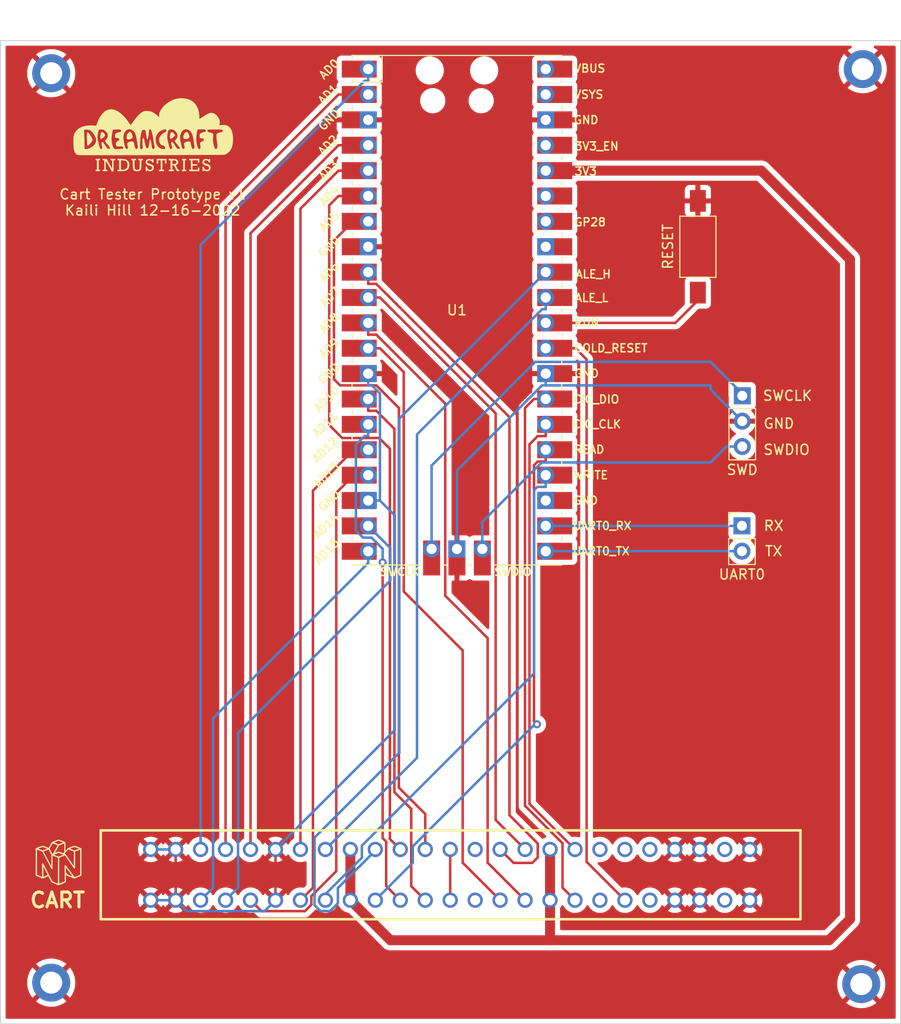
<source format=kicad_pcb>
(kicad_pcb (version 20211014) (generator pcbnew)
  (layers (0 "F.Cu" signal) (31 "B.Cu" signal) (34 "B.Paste" user) (35 "F.Paste" user) (36 "B.SilkS" user "B.Silkscreen") (37 "F.SilkS" user "F.Silkscreen") (38 "B.Mask" user) (39 "F.Mask" user) (44 "Edge.Cuts" user))
  (net 0 "")
  (net 1 "/SWCLK")
  (net 2 "GND")
  (net 3 "/SWDIO")
  (net 4 "/UART0_RX")
  (net 5 "/UART0_TX")
  (net 6 "/AD15")
  (net 7 "/AD14")
  (net 8 "/AD13")
  (net 9 "/AD12")
  (net 10 "/WRITE")
  (net 11 "+3V3")
  (net 12 "/READ")
  (net 13 "/AD11")
  (net 14 "/AD10")
  (net 15 "/CART_12V")
  (net 17 "/AD9")
  (net 18 "/AD8")
  (net 19 "/CIC_DIO")
  (net 21 "/COLD_RESET")
  (net 28 "/CIC_CLK")
  (net 29 "/AD7")
  (net 30 "/AD6")
  (net 32 "/AD5")
  (net 33 "/AD4")
  (net 34 "/ALE_H")
  (net 35 "/ALE_L")
  (net 36 "/AD3")
  (net 37 "/AD2")
  (net 38 "/AD1")
  (net 39 "/AD0")
  (net 40 "/RUN")
  (net 43 "/GPIO28")
  (footprint "LOGO" (layer "F.Cu") (at 81.915 135.255)
    (fp_text reference "G***" hide)
    (fp_text value "LOGO" hide)
  )
  (footprint "db-thparts:N64-CONN" (layer "F.Cu") (at 91.2435 139.065 90)
    (fp_text reference "CON3" hide)
    (fp_text value "N64-CONN" hide)
    (pad "1" thru_hole circle locked (at 0 0 90) (size 1.524 1.524) (drill 1.016) (layers *.Cu *.Mask) (net 2 "GND"))
    (pad "2" thru_hole circle locked (at 0 2.5 90) (size 1.524 1.524) (drill 1.016) (layers *.Cu *.Mask) (net 2 "GND"))
    (pad "3" thru_hole circle locked (at 0 5 90) (size 1.524 1.524) (drill 1.016) (layers *.Cu *.Mask) (net 6 "/AD15"))
    (pad "4" thru_hole circle locked (at 0 7.5 90) (size 1.524 1.524) (drill 1.016) (layers *.Cu *.Mask) (net 7 "/AD14"))
    (pad "5" thru_hole circle locked (at 0 10 90) (size 1.524 1.524) (drill 1.016) (layers *.Cu *.Mask) (net 8 "/AD13"))
    (pad "6" thru_hole circle locked (at 0 12.5 90) (size 1.524 1.524) (drill 1.016) (layers *.Cu *.Mask) (net 2 "GND"))
    (pad "7" thru_hole circle locked (at 0 15 90) (size 1.524 1.524) (drill 1.016) (layers *.Cu *.Mask) (net 9 "/AD12"))
    (pad "8" thru_hole circle locked (at 0 17.5 90) (size 1.524 1.524) (drill 1.016) (layers *.Cu *.Mask) (net 10 "/WRITE"))
    (pad "9" thru_hole circle locked (at 0 20 90) (size 1.524 1.524) (drill 1.016) (layers *.Cu *.Mask) (net 11 "+3V3"))
    (pad "10" thru_hole circle locked (at 0 22.5 90) (size 1.524 1.524) (drill 1.016) (layers *.Cu *.Mask) (net 12 "/READ"))
    (pad "11" thru_hole circle locked (at 0 25 90) (size 1.524 1.524) (drill 1.016) (layers *.Cu *.Mask) (net 13 "/AD11"))
    (pad "12" thru_hole circle locked (at 0 27.5 90) (size 1.524 1.524) (drill 1.016) (layers *.Cu *.Mask) (net 14 "/AD10"))
    (pad "13" thru_hole circle locked (at 0 30 90) (size 1.524 1.524) (drill 1.016) (layers *.Cu *.Mask) (net 15 "/CART_12V"))
    (pad "14" thru_hole circle locked (at 0 32.5 90) (size 1.524 1.524) (drill 1.016) (layers *.Cu *.Mask))
    (pad "15" thru_hole circle locked (at 0 35 90) (size 1.524 1.524) (drill 1.016) (layers *.Cu *.Mask) (net 17 "/AD9"))
    (pad "16" thru_hole circle locked (at 0 37.5 90) (size 1.524 1.524) (drill 1.016) (layers *.Cu *.Mask) (net 18 "/AD8"))
    (pad "17" thru_hole circle locked (at 0 40 90) (size 1.524 1.524) (drill 1.016) (layers *.Cu *.Mask) (net 11 "+3V3"))
    (pad "18" thru_hole circle locked (at 0 42.5 90) (size 1.524 1.524) (drill 1.016) (layers *.Cu *.Mask) (net 19 "/CIC_DIO"))
    (pad "19" thru_hole circle locked (at 0 45 90) (size 1.524 1.524) (drill 1.016) (layers *.Cu *.Mask))
    (pad "20" thru_hole circle locked (at 0 47.5 90) (size 1.524 1.524) (drill 1.016) (layers *.Cu *.Mask) (net 21 "/COLD_RESET"))
    (pad "21" thru_hole circle locked (at 0 50 90) (size 1.524 1.524) (drill 1.016) (layers *.Cu *.Mask))
    (pad "22" thru_hole circle locked (at 0 52.5 90) (size 1.524 1.524) (drill 1.016) (layers *.Cu *.Mask) (net 2 "GND"))
    (pad "23" thru_hole circle locked (at 0 55 90) (size 1.524 1.524) (drill 1.016) (layers *.Cu *.Mask) (net 2 "GND"))
    (pad "24" thru_hole circle locked (at 0 57.5 90) (size 1.524 1.524) (drill 1.016) (layers *.Cu *.Mask))
    (pad "25" thru_hole circle locked (at 0 60 90) (size 1.524 1.524) (drill 1.016) (layers *.Cu *.Mask) (net 2 "GND"))
    (pad "26" thru_hole circle locked (at 5.08 0 90) (size 1.524 1.524) (drill 1.016) (layers *.Cu *.Mask) (net 2 "GND"))
    (pad "27" thru_hole circle locked (at 5.08 2.5 90) (size 1.524 1.524) (drill 1.016) (layers *.Cu *.Mask) (net 2 "GND"))
    (pad "28" thru_hole circle locked (at 5.08 5 90) (size 1.524 1.524) (drill 1.016) (layers *.Cu *.Mask) (net 39 "/AD0"))
    (pad "29" thru_hole circle locked (at 5.08 7.5 90) (size 1.524 1.524) (drill 1.016) (layers *.Cu *.Mask) (net 38 "/AD1"))
    (pad "30" thru_hole circle locked (at 5.08 10 90) (size 1.524 1.524) (drill 1.016) (layers *.Cu *.Mask) (net 37 "/AD2"))
    (pad "31" thru_hole circle locked (at 5.08 12.5 90) (size 1.524 1.524) (drill 1.016) (layers *.Cu *.Mask) (net 2 "GND"))
    (pad "32" thru_hole circle locked (at 5.08 15 90) (size 1.524 1.524) (drill 1.016) (layers *.Cu *.Mask) (net 36 "/AD3"))
    (pad "33" thru_hole circle locked (at 5.08 17.5 90) (size 1.524 1.524) (drill 1.016) (layers *.Cu *.Mask) (net 35 "/ALE_L"))
    (pad "34" thru_hole circle locked (at 5.08 20 90) (size 1.524 1.524) (drill 1.016) (layers *.Cu *.Mask) (net 11 "+3V3"))
    (pad "35" thru_hole circle locked (at 5.08 22.5 90) (size 1.524 1.524) (drill 1.016) (layers *.Cu *.Mask) (net 34 "/ALE_H"))
    (pad "36" thru_hole circle locked (at 5.08 25 90) (size 1.524 1.524) (drill 1.016) (layers *.Cu *.Mask) (net 33 "/AD4"))
    (pad "37" thru_hole circle locked (at 5.08 27.5 90) (size 1.524 1.524) (drill 1.016) (layers *.Cu *.Mask) (net 32 "/AD5"))
    (pad "38" thru_hole circle locked (at 5.08 30 90) (size 1.524 1.524) (drill 1.016) (layers *.Cu *.Mask) (net 15 "/CART_12V"))
    (pad "39" thru_hole circle locked (at 5.08 32.5 90) (size 1.524 1.524) (drill 1.016) (layers *.Cu *.Mask))
    (pad "40" thru_hole circle locked (at 5.08 35 90) (size 1.524 1.524) (drill 1.016) (layers *.Cu *.Mask) (net 30 "/AD6"))
    (pad "41" thru_hole circle locked (at 5.08 37.5 90) (size 1.524 1.524) (drill 1.016) (layers *.Cu *.Mask) (net 29 "/AD7"))
    (pad "42" thru_hole circle locked (at 5.08 40 90) (size 1.524 1.524) (drill 1.016) (layers *.Cu *.Mask) (net 11 "+3V3"))
    (pad "43" thru_hole circle locked (at 5.08 42.5 90) (size 1.524 1.524) (drill 1.016) (layers *.Cu *.Mask) (net 28 "/CIC_CLK"))
    (pad "44" thru_hole circle locked (at 5.08 45 90) (size 1.524 1.524) (drill 1.016) (layers *.Cu *.Mask))
    (pad "45" thru_hole circle locked (at 5.08 47.5 90) (size 1.524 1.524) (drill 1.016) (layers *.Cu *.Mask))
    (pad "46" thru_hole circle locked (at 5.08 50 90) (size 1.524 1.524) (drill 1.016) (layers *.Cu *.Mask))
    (pad "47" thru_hole circle locked (at 5.08 52.5 90) (size 1.524 1.524) (drill 1.016) (layers *.Cu *.Mask) (net 2 "GND"))
    (pad "48" thru_hole circle locked (at 5.08 55 90) (size 1.524 1.524) (drill 1.016) (layers *.Cu *.Mask) (net 2 "GND"))
    (pad "49" thru_hole circle locked (at 5.08 57.5 90) (size 1.524 1.524) (drill 1.016) (layers *.Cu *.Mask))
    (pad "50" thru_hole circle locked (at 5.08 60 90) (size 1.524 1.524) (drill 1.016) (layers *.Cu *.Mask) (net 2 "GND"))
  )
  (footprint "MountingHole:MountingHole_2.2mm_M2_DIN965_Pad_TopBottom" (layer "F.Cu") (at 162.56 55.88)
    (fp_text reference "H1" hide)
    (fp_text value "MountingHole_Pad" hide)
    (pad "1" thru_hole circle (at 0 0) (size 2.6 2.6) (drill 2.2) (layers *.Cu *.Mask) (net 2 "GND"))
    (pad "1" connect circle (at 0 0) (size 3.8 3.8) (layers "F.Cu" "F.Mask") (net 2 "GND"))
    (pad "1" connect circle (at 0 0) (size 3.8 3.8) (layers "B.Cu" "B.Mask") (net 2 "GND"))
  )
  (footprint "Connector_PinHeader_2.54mm:PinHeader_1x03_P2.54mm_Vertical" (layer "F.Cu") (at 150.497762 88.577821)
    (fp_text reference "SWD1" hide)
    (fp_text value "SWD" (at 0 7.41) (layer "F.SilkS"))
    (pad "1" thru_hole rect locked (at 0 0) (size 1.7 1.7) (drill 1) (layers *.Cu *.Mask) (net 1 "/SWCLK"))
    (pad "2" thru_hole oval locked (at 0 2.54) (size 1.7 1.7) (drill 1) (layers *.Cu *.Mask) (net 2 "GND"))
    (pad "3" thru_hole oval locked (at 0 5.08) (size 1.7 1.7) (drill 1) (layers *.Cu *.Mask) (net 3 "/SWDIO"))
  )
  (footprint "Connector_PinHeader_2.54mm:PinHeader_1x02_P2.54mm_Vertical" (layer "F.Cu") (at 150.466026 101.59067)
    (fp_text reference "UART0" hide)
    (fp_text value "UART0" (at 0 4.87) (layer "F.SilkS"))
    (pad "1" thru_hole rect (at 0 0) (size 1.7 1.7) (drill 1) (layers *.Cu *.Mask) (net 4 "/UART0_RX"))
    (pad "2" thru_hole oval (at 0 2.54) (size 1.7 1.7) (drill 1) (layers *.Cu *.Mask) (net 5 "/UART0_TX"))
  )
  (footprint "MountingHole:MountingHole_2.2mm_M2_DIN965_Pad_TopBottom" (layer "F.Cu") (at 81.28 56.2909)
    (fp_text reference "H4" hide)
    (fp_text value "MountingHole_Pad" hide)
    (pad "1" connect circle (at 0 0) (size 3.8 3.8) (layers "F.Cu" "F.Mask") (net 2 "GND"))
    (pad "1" connect circle (at 0 0) (size 3.8 3.8) (layers "B.Cu" "B.Mask") (net 2 "GND"))
    (pad "1" thru_hole circle (at 0 0) (size 2.6 2.6) (drill 2.2) (layers *.Cu *.Mask) (net 2 "GND"))
  )
  (footprint "Button_Switch_SMD:SW_SPST_FSMSM" (layer "F.Cu") (at 146.05 73.66 -90)
    (fp_text reference "RESET1" hide)
    (fp_text value "RESET" (at 0 3 90) (layer "F.SilkS"))
    (pad "1" smd rect (at -4.59 0 270) (size 2.18 1.6) (layers "F.Cu" "F.Paste" "F.Mask") (net 2 "GND"))
    (pad "2" smd rect (at 4.59 0 270) (size 2.18 1.6) (layers "F.Cu" "F.Paste" "F.Mask") (net 40 "/RUN"))
  )
  (footprint "MountingHole:MountingHole_2.2mm_M2_DIN965_Pad_TopBottom" (layer "F.Cu") (at 81.28 147.32)
    (fp_text reference "H3" hide)
    (fp_text value "MountingHole_Pad" hide)
    (pad "1" thru_hole circle (at 0 0) (size 2.6 2.6) (drill 2.2) (layers *.Cu *.Mask) (net 2 "GND"))
    (pad "1" connect circle (at 0 0) (size 3.8 3.8) (layers "B.Cu" "B.Mask") (net 2 "GND"))
    (pad "1" connect circle (at 0 0) (size 3.8 3.8) (layers "F.Cu" "F.Mask") (net 2 "GND"))
  )
  (footprint "MCU_RaspberryPi_and_Boards:RPi_Pico_SMD_TH" (layer "F.Cu") (at 121.92 80.01)
    (fp_text reference "U1" (at 0 0) (layer "F.SilkS"))
    (fp_text value "Pico")
    (fp_text user "AD13" (at -13.054 16.51 45) (layer "F.SilkS") (effects (font (size 0.8 0.8))))
    (fp_text user "AD3" (at -12.8 -13.97 45) (layer "F.SilkS") (effects (font (size 0.8 0.8))))
    (fp_text user "AD4" (at -12.8 -11.43 45) (layer "F.SilkS") (effects (font (size 0.8 0.8))))
    (fp_text user "RUN" (at 13 1.27) (layer "F.SilkS") (effects (font (size 0.8 0.8))))
    (fp_text user "GND" (at 12.937769 -19.042764) (layer "F.SilkS") (effects (font (size 0.8 0.8))))
    (fp_text user "3V3" (at 12.9 -13.9) (layer "F.SilkS") (effects (font (size 0.8 0.8))))
    (fp_text user "AD10" (at -13.054 8.89 45) (layer "F.SilkS") (effects (font (size 0.8 0.8))))
    (fp_text user "ALE_L" (at 13.495494 -1.228132) (layer "F.SilkS") (effects (font (size 0.8 0.8))))
    (fp_text user "WRITE" (at 13.402454 16.509999) (layer "F.SilkS") (effects (font (size 0.8 0.8))))
    (fp_text user "AD9" (at -12.8 3.81 45) (layer "F.SilkS") (effects (font (size 0.8 0.8))))
    (fp_text user "VSYS" (at 13.2 -21.59) (layer "F.SilkS") (effects (font (size 0.8 0.8))))
    (fp_text user "GND" (at 12.982979 6.340695) (layer "F.SilkS") (effects (font (size 0.8 0.8))))
    (fp_text user "GND" (at -12.8 -6.35 45) (layer "F.SilkS") (effects (font (size 0.8 0.8))))
    (fp_text user "AD15" (at -13.054 24.13 45) (layer "F.SilkS") (effects (font (size 0.8 0.8))))
    (fp_text user "AD2" (at -12.9 -16.51 45) (layer "F.SilkS") (effects (font (size 0.8 0.8))))
    (fp_text user "CIC_DIO" (at 13.937435 8.927216) (layer "F.SilkS") (effects (font (size 0.8 0.8))))
    (fp_text user "COLD_RESET" (at 15.422979 3.800695) (layer "F.SilkS") (effects (font (size 0.8 0.8))))
    (fp_text user "GND" (at -12.8 6.35 45) (layer "F.SilkS") (effects (font (size 0.8 0.8))))
    (fp_text user "SWDIO" (at 5.6 26.2) (layer "F.SilkS") (effects (font (size 0.8 0.8))))
    (fp_text user "VBUS" (at 13.3 -24.2) (layer "F.SilkS") (effects (font (size 0.8 0.8))))
    (fp_text user "AD1" (at -12.9 -21.6 45) (layer "F.SilkS") (effects (font (size 0.8 0.8))))
    (fp_text user "GP28" (at 13.332673 -8.810916) (layer "F.SilkS") (effects (font (size 0.8 0.8))))
    (fp_text user "AD12" (at -13.2 13.97 45) (layer "F.SilkS") (effects (font (size 0.8 0.8))))
    (fp_text user "GND" (at -12.8 19.05 45) (layer "F.SilkS") (effects (font (size 0.8 0.8))))
    (fp_text user "AD11" (at -13.2 11.43 45) (layer "F.SilkS") (effects (font (size 0.8 0.8))))
    (fp_text user "GND" (at 12.890732 19.045347) (layer "F.SilkS") (effects (font (size 0.8 0.8))))
    (fp_text user "READ" (at 13.239633 13.951391) (layer "F.SilkS") (effects (font (size 0.8 0.8))))
    (fp_text user "3V3_EN" (at 13.992226 -16.406622) (layer "F.SilkS") (effects (font (size 0.8 0.8))))
    (fp_text user "GND" (at -12.8 -19.05 45) (layer "F.SilkS") (effects (font (size 0.8 0.8))))
    (fp_text user "ALE_H" (at 13.658315 -3.60066) (layer "F.SilkS") (effects (font (size 0.8 0.8))))
    (fp_text user "UART0_TX" (at 14.444505 24.120695) (layer "F.SilkS") (effects (font (size 0.8 0.8))))
    (fp_text user "AD5" (at -12.8 -8.89 45) (layer "F.SilkS") (effects (font (size 0.8 0.8))))
    (fp_text user "AD6" (at -12.8 -3.81 45) (layer "F.SilkS") (effects (font (size 0.8 0.8))))
    (fp_text user "AD0" (at -12.8 -24.13 45) (layer "F.SilkS") (effects (font (size 0.8 0.8))))
    (fp_text user "CIC_CLK" (at 14.007216 11.416043) (layer "F.SilkS") (effects (font (size 0.8 0.8))))
    (fp_text user "SWCLK" (at -5.7 26.2) (layer "F.SilkS") (effects (font (size 0.8 0.8))))
    (fp_text user "AD8" (at -12.8 1.27 45) (layer "F.SilkS") (effects (font (size 0.8 0.8))))
    (fp_text user "UART0_RX" (at 14.537545 21.585347) (layer "F.SilkS") (effects (font (size 0.8 0.8))))
    (fp_text user "AD14" (at -13.1 21.59 45) (layer "F.SilkS") (effects (font (size 0.8 0.8))))
    (fp_text user "AD7" (at -12.7 -1.3 45) (layer "F.SilkS") (effects (font (size 0.8 0.8))))
    (pad "" np_thru_hole oval (at -2.725 -24) (size 1.8 1.8) (drill 1.8) (layers *.Cu *.Mask))
    (pad "" np_thru_hole oval (at -2.425 -20.97) (size 1.5 1.5) (drill 1.5) (layers *.Cu *.Mask))
    (pad "" np_thru_hole oval (at 2.725 -24) (size 1.8 1.8) (drill 1.8) (layers *.Cu *.Mask))
    (pad "" np_thru_hole oval (at 2.425 -20.97) (size 1.5 1.5) (drill 1.5) (layers *.Cu *.Mask))
    (pad "1" thru_hole oval (at -8.89 -24.13) (size 1.7 1.7) (drill 1.02) (layers *.Cu *.Mask) (net 39 "/AD0"))
    (pad "1" smd rect (at -8.89 -24.13) (size 3.5 1.7) (drill (offset -0.9 0)) (layers "F.Cu" "F.Mask") (net 39 "/AD0"))
    (pad "2" smd rect (at -8.89 -21.59) (size 3.5 1.7) (drill (offset -0.9 0)) (layers "F.Cu" "F.Mask") (net 38 "/AD1"))
    (pad "2" thru_hole oval (at -8.89 -21.59) (size 1.7 1.7) (drill 1.02) (layers *.Cu *.Mask) (net 38 "/AD1"))
    (pad "3" thru_hole rect (at -8.89 -19.05) (size 1.7 1.7) (drill 1.02) (layers *.Cu *.Mask) (net 2 "GND"))
    (pad "3" smd rect (at -8.89 -19.05) (size 3.5 1.7) (drill (offset -0.9 0)) (layers "F.Cu" "F.Mask") (net 2 "GND"))
    (pad "4" smd rect (at -8.89 -16.51) (size 3.5 1.7) (drill (offset -0.9 0)) (layers "F.Cu" "F.Mask") (net 37 "/AD2"))
    (pad "4" thru_hole oval (at -8.89 -16.51) (size 1.7 1.7) (drill 1.02) (layers *.Cu *.Mask) (net 37 "/AD2"))
    (pad "5" smd rect (at -8.89 -13.97) (size 3.5 1.7) (drill (offset -0.9 0)) (layers "F.Cu" "F.Mask") (net 36 "/AD3"))
    (pad "5" thru_hole oval (at -8.89 -13.97) (size 1.7 1.7) (drill 1.02) (layers *.Cu *.Mask) (net 36 "/AD3"))
    (pad "6" smd rect (at -8.89 -11.43) (size 3.5 1.7) (drill (offset -0.9 0)) (layers "F.Cu" "F.Mask") (net 33 "/AD4"))
    (pad "6" thru_hole oval (at -8.89 -11.43) (size 1.7 1.7) (drill 1.02) (layers *.Cu *.Mask) (net 33 "/AD4"))
    (pad "7" thru_hole oval (at -8.89 -8.89) (size 1.7 1.7) (drill 1.02) (layers *.Cu *.Mask) (net 32 "/AD5"))
    (pad "7" smd rect (at -8.89 -8.89) (size 3.5 1.7) (drill (offset -0.9 0)) (layers "F.Cu" "F.Mask") (net 32 "/AD5"))
    (pad "8" thru_hole rect (at -8.89 -6.35) (size 1.7 1.7) (drill 1.02) (layers *.Cu *.Mask) (net 2 "GND"))
    (pad "8" smd rect (at -8.89 -6.35) (size 3.5 1.7) (drill (offset -0.9 0)) (layers "F.Cu" "F.Mask") (net 2 "GND"))
    (pad "9" thru_hole oval (at -8.89 -3.81) (size 1.7 1.7) (drill 1.02) (layers *.Cu *.Mask) (net 30 "/AD6"))
    (pad "9" smd rect (at -8.89 -3.81) (size 3.5 1.7) (drill (offset -0.9 0)) (layers "F.Cu" "F.Mask") (net 30 "/AD6"))
    (pad "10" thru_hole oval (at -8.89 -1.27) (size 1.7 1.7) (drill 1.02) (layers *.Cu *.Mask) (net 29 "/AD7"))
    (pad "10" smd rect (at -8.89 -1.27) (size 3.5 1.7) (drill (offset -0.9 0)) (layers "F.Cu" "F.Mask") (net 29 "/AD7"))
    (pad "11" smd rect (at -8.89 1.27) (size 3.5 1.7) (drill (offset -0.9 0)) (layers "F.Cu" "F.Mask") (net 18 "/AD8"))
    (pad "11" thru_hole oval (at -8.89 1.27) (size 1.7 1.7) (drill 1.02) (layers *.Cu *.Mask) (net 18 "/AD8"))
    (pad "12" thru_hole oval (at -8.89 3.81) (size 1.7 1.7) (drill 1.02) (layers *.Cu *.Mask) (net 17 "/AD9"))
    (pad "12" smd rect (at -8.89 3.81) (size 3.5 1.7) (drill (offset -0.9 0)) (layers "F.Cu" "F.Mask") (net 17 "/AD9"))
    (pad "13" thru_hole rect (at -8.89 6.35) (size 1.7 1.7) (drill 1.02) (layers *.Cu *.Mask) (net 2 "GND"))
    (pad "13" smd rect (at -8.89 6.35) (size 3.5 1.7) (drill (offset -0.9 0)) (layers "F.Cu" "F.Mask") (net 2 "GND"))
    (pad "14" thru_hole oval (at -8.89 8.89) (size 1.7 1.7) (drill 1.02) (layers *.Cu *.Mask) (net 14 "/AD10"))
    (pad "14" smd rect (at -8.89 8.89) (size 3.5 1.7) (drill (offset -0.9 0)) (layers "F.Cu" "F.Mask") (net 14 "/AD10"))
    (pad "15" thru_hole oval (at -8.89 11.43) (size 1.7 1.7) (drill 1.02) (layers *.Cu *.Mask) (net 13 "/AD11"))
    (pad "15" smd rect (at -8.89 11.43) (size 3.5 1.7) (drill (offset -0.9 0)) (layers "F.Cu" "F.Mask") (net 13 "/AD11"))
    (pad "16" thru_hole oval (at -8.89 13.97) (size 1.7 1.7) (drill 1.02) (layers *.Cu *.Mask) (net 9 "/AD12"))
    (pad "16" smd rect (at -8.89 13.97) (size 3.5 1.7) (drill (offset -0.9 0)) (layers "F.Cu" "F.Mask") (net 9 "/AD12"))
    (pad "17" thru_hole oval (at -8.89 16.51) (size 1.7 1.7) (drill 1.02) (layers *.Cu *.Mask) (net 8 "/AD13"))
    (pad "17" smd rect (at -8.89 16.51) (size 3.5 1.7) (drill (offset -0.9 0)) (layers "F.Cu" "F.Mask") (net 8 "/AD13"))
    (pad "18" smd rect (at -8.89 19.05) (size 3.5 1.7) (drill (offset -0.9 0)) (layers "F.Cu" "F.Mask") (net 2 "GND"))
    (pad "18" thru_hole rect (at -8.89 19.05) (size 1.7 1.7) (drill 1.02) (layers *.Cu *.Mask) (net 2 "GND"))
    (pad "19" smd rect (at -8.89 21.59) (size 3.5 1.7) (drill (offset -0.9 0)) (layers "F.Cu" "F.Mask") (net 7 "/AD14"))
    (pad "19" thru_hole oval (at -8.89 21.59) (size 1.7 1.7) (drill 1.02) (layers *.Cu *.Mask) (net 7 "/AD14"))
    (pad "20" smd rect (at -8.89 24.13) (size 3.5 1.7) (drill (offset -0.9 0)) (layers "F.Cu" "F.Mask") (net 6 "/AD15"))
    (pad "20" thru_hole oval (at -8.89 24.13) (size 1.7 1.7) (drill 1.02) (layers *.Cu *.Mask) (net 6 "/AD15"))
    (pad "21" thru_hole oval (at 8.89 24.13) (size 1.7 1.7) (drill 1.02) (layers *.Cu *.Mask) (net 5 "/UART0_TX"))
    (pad "21" smd rect (at 8.89 24.13) (size 3.5 1.7) (drill (offset 0.9 0)) (layers "F.Cu" "F.Mask") (net 5 "/UART0_TX"))
    (pad "22" smd rect (at 8.89 21.59) (size 3.5 1.7) (drill (offset 0.9 0)) (layers "F.Cu" "F.Mask") (net 4 "/UART0_RX"))
    (pad "22" thru_hole oval (at 8.89 21.59) (size 1.7 1.7) (drill 1.02) (layers *.Cu *.Mask) (net 4 "/UART0_RX"))
    (pad "23" smd rect (at 8.89 19.05) (size 3.5 1.7) (drill (offset 0.9 0)) (layers "F.Cu" "F.Mask"))
    (pad "23" thru_hole rect (at 8.89 19.05) (size 1.7 1.7) (drill 1.02) (layers *.Cu *.Mask))
    (pad "24" thru_hole oval (at 8.89 16.51) (size 1.7 1.7) (drill 1.02) (layers *.Cu *.Mask) (net 10 "/WRITE"))
    (pad "24" smd rect (at 8.89 16.51) (size 3.5 1.7) (drill (offset 0.9 0)) (layers "F.Cu" "F.Mask") (net 10 "/WRITE"))
    (pad "25" smd rect (at 8.89 13.97) (size 3.5 1.7) (drill (offset 0.9 0)) (layers "F.Cu" "F.Mask") (net 12 "/READ"))
    (pad "25" thru_hole oval (at 8.89 13.97) (size 1.7 1.7) (drill 1.02) (layers *.Cu *.Mask) (net 12 "/READ"))
    (pad "26" smd rect (at 8.89 11.43) (size 3.5 1.7) (drill (offset 0.9 0)) (layers "F.Cu" "F.Mask") (net 28 "/CIC_CLK"))
    (pad "26" thru_hole oval (at 8.89 11.43) (size 1.7 1.7) (drill 1.02) (layers *.Cu *.Mask) (net 28 "/CIC_CLK"))
    (pad "27" smd rect (at 8.89 8.89) (size 3.5 1.7) (drill (offset 0.9 0)) (layers "F.Cu" "F.Mask") (net 19 "/CIC_DIO"))
    (pad "27" thru_hole oval (at 8.89 8.89) (size 1.7 1.7) (drill 1.02) (layers *.Cu *.Mask) (net 19 "/CIC_DIO"))
    (pad "28" thru_hole rect (at 8.89 6.35) (size 1.7 1.7) (drill 1.02) (layers *.Cu *.Mask) (net 2 "GND"))
    (pad "28" smd rect (at 8.89 6.35) (size 3.5 1.7) (drill (offset 0.9 0)) (layers "F.Cu" "F.Mask") (net 2 "GND"))
    (pad "29" smd rect (at 8.89 3.81) (size 3.5 1.7) (drill (offset 0.9 0)) (layers "F.Cu" "F.Mask") (net 21 "/COLD_RESET"))
    (pad "29" thru_hole oval (at 8.89 3.81) (size 1.7 1.7) (drill 1.02) (layers *.Cu *.Mask) (net 21 "/COLD_RESET"))
    (pad "30" smd rect (at 8.89 1.27) (size 3.5 1.7) (drill (offset 0.9 0)) (layers "F.Cu" "F.Mask") (net 40 "/RUN"))
    (pad "30" thru_hole oval (at 8.89 1.27) (size 1.7 1.7) (drill 1.02) (layers *.Cu *.Mask) (net 40 "/RUN"))
    (pad "31" smd rect (at 8.89 -1.27) (size 3.5 1.7) (drill (offset 0.9 0)) (layers "F.Cu" "F.Mask") (net 35 "/ALE_L"))
    (pad "31" thru_hole oval (at 8.89 -1.27) (size 1.7 1.7) (drill 1.02) (layers *.Cu *.Mask) (net 35 "/ALE_L"))
    (pad "32" smd rect (at 8.89 -3.81) (size 3.5 1.7) (drill (offset 0.9 0)) (layers "F.Cu" "F.Mask") (net 34 "/ALE_H"))
    (pad "32" thru_hole oval (at 8.89 -3.81) (size 1.7 1.7) (drill 1.02) (layers *.Cu *.Mask) (net 34 "/ALE_H"))
    (pad "33" thru_hole rect (at 8.89 -6.35) (size 1.7 1.7) (drill 1.02) (layers *.Cu *.Mask))
    (pad "33" smd rect (at 8.89 -6.35) (size 3.5 1.7) (drill (offset 0.9 0)) (layers "F.Cu" "F.Mask"))
    (pad "34" smd rect (at 8.89 -8.89) (size 3.5 1.7) (drill (offset 0.9 0)) (layers "F.Cu" "F.Mask") (net 43 "/GPIO28"))
    (pad "34" thru_hole oval (at 8.89 -8.89) (size 1.7 1.7) (drill 1.02) (layers *.Cu *.Mask) (net 43 "/GPIO28"))
    (pad "35" thru_hole oval (at 8.89 -11.43) (size 1.7 1.7) (drill 1.02) (layers *.Cu *.Mask))
    (pad "35" smd rect (at 8.89 -11.43) (size 3.5 1.7) (drill (offset 0.9 0)) (layers "F.Cu" "F.Mask"))
    (pad "36" smd rect (at 8.89 -13.97) (size 3.5 1.7) (drill (offset 0.9 0)) (layers "F.Cu" "F.Mask") (net 11 "+3V3"))
    (pad "36" thru_hole oval (at 8.89 -13.97) (size 1.7 1.7) (drill 1.02) (layers *.Cu *.Mask) (net 11 "+3V3"))
    (pad "37" thru_hole oval (at 8.89 -16.51) (size 1.7 1.7) (drill 1.02) (layers *.Cu *.Mask))
    (pad "37" smd rect (at 8.89 -16.51) (size 3.5 1.7) (drill (offset 0.9 0)) (layers "F.Cu" "F.Mask"))
    (pad "38" thru_hole rect (at 8.89 -19.05) (size 1.7 1.7) (drill 1.02) (layers *.Cu *.Mask) (net 2 "GND"))
    (pad "38" smd rect (at 8.89 -19.05) (size 3.5 1.7) (drill (offset 0.9 0)) (layers "F.Cu" "F.Mask") (net 2 "GND"))
    (pad "39" thru_hole oval (at 8.89 -21.59) (size 1.7 1.7) (drill 1.02) (layers *.Cu *.Mask))
    (pad "39" smd rect (at 8.89 -21.59) (size 3.5 1.7) (drill (offset 0.9 0)) (layers "F.Cu" "F.Mask"))
    (pad "40" smd rect (at 8.89 -24.13) (size 3.5 1.7) (drill (offset 0.9 0)) (layers "F.Cu" "F.Mask"))
    (pad "40" thru_hole oval (at 8.89 -24.13) (size 1.7 1.7) (drill 1.02) (layers *.Cu *.Mask))
    (pad "41" thru_hole oval (at -2.54 23.9) (size 1.7 1.7) (drill 1.02) (layers *.Cu *.Mask) (net 1 "/SWCLK"))
    (pad "41" smd rect (at -2.54 23.9 90) (size 3.5 1.7) (drill (offset -0.9 0)) (layers "F.Cu" "F.Mask") (net 1 "/SWCLK"))
    (pad "42" thru_hole rect (at 0 23.9) (size 1.7 1.7) (drill 1.02) (layers *.Cu *.Mask) (net 2 "GND"))
    (pad "42" smd rect (at 0 23.9 90) (size 3.5 1.7) (drill (offset -0.9 0)) (layers "F.Cu" "F.Mask") (net 2 "GND"))
    (pad "43" thru_hole oval (at 2.54 23.9) (size 1.7 1.7) (drill 1.02) (layers *.Cu *.Mask) (net 3 "/SWDIO"))
    (pad "43" smd rect (at 2.54 23.9 90) (size 3.5 1.7) (drill (offset -0.9 0)) (layers "F.Cu" "F.Mask") (net 3 "/SWDIO"))
  )
  (footprint "LOGO" (layer "F.Cu") (at 91.44 62.865)
    (fp_text reference "G***" hide)
    (fp_text value "LOGO" hide)
  )
  (footprint "MountingHole:MountingHole_2.2mm_M2_DIN965_Pad_TopBottom" (layer "F.Cu") (at 162.414934 147.465065)
    (fp_text reference "H2" hide)
    (fp_text value "MountingHole_Pad" hide)
    (pad "1" connect circle (at 0 0) (size 3.8 3.8) (layers "F.Cu" "F.Mask") (net 2 "GND"))
    (pad "1" connect circle (at 0 0) (size 3.8 3.8) (layers "B.Cu" "B.Mask") (net 2 "GND"))
    (pad "1" thru_hole circle (at 0 0) (size 2.6 2.6) (drill 2.2) (layers *.Cu *.Mask) (net 2 "GND"))
  )
  (gr_rect (start 76.2 151.4475) (end 166.37 53.0225) (layer "Edge.Cuts") (width 0.1) (fill none))
  (gr_text "SWCLK" (at 155.025915 88.567387) (layer "F.SilkS") (effects (font (size 1 1))))
  (gr_text "TX" (at 153.641026 104.13067) (layer "F.SilkS") (effects (font (size 1 1))))
  (gr_text "SWDIO" (at 154.94 93.98) (layer "F.SilkS") (effects (font (size 1 1))))
  (gr_text "GND" (at 154.16677 91.359608) (layer "F.SilkS") (effects (font (size 1 1))))
  (gr_text "CART" (at 81.915 139.065) (layer "F.SilkS") (effects (font (size 1.5 1.5) (thickness 0.3))))
  (gr_text "RX\n" (at 153.641026 101.59067) (layer "F.SilkS") (effects (font (size 1 1))))
  (gr_text "Cart Tester Prototype v1\nKaili Hill 12-16-2022" (at 91.44 69.215) (layer "F.SilkS") (effects (font (size 1 1))))
  (segment (start 129.7591 85.1848) (end 147.32 85.1848) (width 0.25) (layer "B.Cu") (net 1))
  (segment (start 147.32 85.1848) (end 150.497762 88.362562) (width 0.25) (layer "B.Cu") (net 1))
  (segment (start 150.497762 88.362562) (end 150.497762 88.577821) (width 0.25) (layer "B.Cu") (net 1))
  (segment (start 119.38 103.91) (end 119.38 95.5639) (width 0.25) (layer "B.Cu") (net 1))
  (segment (start 119.38 95.5639) (end 129.7591 85.1848) (width 0.25) (layer "B.Cu") (net 1))
  (segment (start 103.7435 133.985) (end 103.7435 139.065) (width 0.25) (layer "F.Cu") (net 2))
  (segment (start 93.7435 133.985) (end 93.7435 139.065) (width 0.25) (layer "F.Cu") (net 2))
  (segment (start 162.269869 147.32) (end 162.414934 147.465065) (width 0.25) (layer "F.Cu") (net 2))
  (segment (start 113.03 86.36) (end 113.03 87.5351) (width 0.25) (layer "B.Cu") (net 2))
  (segment (start 114.2053 99.06) (end 113.03 99.06) (width 0.25) (layer "B.Cu") (net 2))
  (segment (start 102.6478 140.1607) (end 103.7435 139.065) (width 0.25) (layer "B.Cu") (net 2))
  (segment (start 147.32 87.5351) (end 147.32 87.940059) (width 0.25) (layer "B.Cu") (net 2))
  (segment (start 115.6942 122.0343) (end 115.6942 100.5489) (width 0.25) (layer "B.Cu") (net 2))
  (segment (start 94.8392 140.1607) (end 102.6478 140.1607) (width 0.25) (layer "B.Cu") (net 2))
  (segment (start 114.2053 99.06) (end 114.2053 88.3432) (width 0.25) (layer "B.Cu") (net 2))
  (segment (start 103.7435 133.985) (end 115.6942 122.0343) (width 0.25) (layer "B.Cu") (net 2))
  (segment (start 114.2053 88.3432) (end 113.3972 87.5351) (width 0.25) (layer "B.Cu") (net 2))
  (segment (start 147.32 87.940059) (end 150.497762 91.117821) (width 0.25) (layer "B.Cu") (net 2))
  (segment (start 93.7435 139.065) (end 94.8392 140.1607) (width 0.25) (layer "B.Cu") (net 2))
  (segment (start 130.81 87.5351) (end 130.4428 87.5351) (width 0.25) (layer "B.Cu") (net 2))
  (segment (start 147.32 87.5351) (end 130.81 87.5351) (width 0.25) (layer "B.Cu") (net 2))
  (segment (start 91.2435 139.065) (end 93.7435 139.065) (width 0.25) (layer "B.Cu") (net 2))
  (segment (start 91.2435 133.985) (end 93.7435 133.985) (width 0.25) (layer "B.Cu") (net 2))
  (segment (start 130.81 86.36) (end 130.81 87.5351) (width 0.25) (layer "B.Cu") (net 2))
  (segment (start 130.4428 87.5351) (end 121.92 96.0579) (width 0.25) (layer "B.Cu") (net 2))
  (segment (start 113.3972 87.5351) (end 113.03 87.5351) (width 0.25) (layer "B.Cu") (net 2))
  (segment (start 115.6942 100.5489) (end 114.2053 99.06) (width 0.25) (layer "B.Cu") (net 2))
  (segment (start 121.92 96.0579) (end 121.92 103.91) (width 0.25) (layer "B.Cu") (net 2))
  (segment (start 124.46 103.91) (end 124.46 101.1946) (width 0.25) (layer "B.Cu") (net 3))
  (segment (start 148.912179 93.657821) (end 150.497762 93.657821) (width 0.25) (layer "B.Cu") (net 3))
  (segment (start 147.32 95.25) (end 148.912179 93.657821) (width 0.25) (layer "B.Cu") (net 3))
  (segment (start 124.46 101.1946) (end 130.4046 95.25) (width 0.25) (layer "B.Cu") (net 3))
  (segment (start 130.4046 95.25) (end 147.32 95.25) (width 0.25) (layer "B.Cu") (net 3))
  (segment (start 130.81 101.6) (end 150.456696 101.6) (width 0.25) (layer "B.Cu") (net 4))
  (segment (start 150.456696 101.6) (end 150.466026 101.59067) (width 0.25) (layer "B.Cu") (net 4))
  (segment (start 130.81 104.14) (end 130.81933 104.13067) (width 0.25) (layer "B.Cu") (net 5))
  (segment (start 130.81933 104.13067) (end 150.466026 104.13067) (width 0.25) (layer "B.Cu") (net 5))
  (segment (start 96.2435 139.065) (end 97.4935 137.815) (width 0.25) (layer "B.Cu") (net 6))
  (segment (start 97.4935 120.8516) (end 113.03 105.3151) (width 0.25) (layer "B.Cu") (net 6))
  (segment (start 97.4935 137.815) (end 97.4935 120.8516) (width 0.25) (layer "B.Cu") (net 6))
  (segment (start 113.03 104.14) (end 113.03 105.3151) (width 0.25) (layer "B.Cu") (net 6))
  (segment (start 115.244 103.814) (end 113.03 101.6) (width 0.25) (layer "B.Cu") (net 7))
  (segment (start 115.244 107.0755) (end 115.244 103.814) (width 0.25) (layer "B.Cu") (net 7))
  (segment (start 98.7435 139.065) (end 99.9935 137.815) (width 0.25) (layer "B.Cu") (net 7))
  (segment (start 99.9935 122.326) (end 115.244 107.0755) (width 0.25) (layer "B.Cu") (net 7))
  (segment (start 99.9935 137.815) (end 99.9935 122.326) (width 0.25) (layer "B.Cu") (net 7))
  (segment (start 101.2435 139.065) (end 102.3384 140.1599) (width 0.25) (layer "F.Cu") (net 8))
  (segment (start 106.6937 140.1599) (end 107.3342 139.5194) (width 0.25) (layer "F.Cu") (net 8))
  (segment (start 107.3342 139.5194) (end 107.3342 138.6592) (width 0.25) (layer "F.Cu") (net 8))
  (segment (start 102.3384 140.1599) (end 106.6937 140.1599) (width 0.25) (layer "F.Cu") (net 8))
  (segment (start 107.3342 138.6592) (end 109.8324 136.161) (width 0.25) (layer "F.Cu") (net 8))
  (segment (start 109.8324 136.161) (end 109.8324 98.2863) (width 0.25) (layer "F.Cu") (net 8))
  (segment (start 111.5987 96.52) (end 113.03 96.52) (width 0.25) (layer "F.Cu") (net 8))
  (segment (start 109.8324 98.2863) (end 111.5987 96.52) (width 0.25) (layer "F.Cu") (net 8))
  (segment (start 106.2435 139.065) (end 107.4935 137.815) (width 0.25) (layer "F.Cu") (net 9))
  (segment (start 107.4935 137.815) (end 107.4935 98.0767) (width 0.25) (layer "F.Cu") (net 9))
  (segment (start 111.5902 93.98) (end 113.03 93.98) (width 0.25) (layer "F.Cu") (net 9))
  (segment (start 107.4935 98.0767) (end 111.5902 93.98) (width 0.25) (layer "F.Cu") (net 9))
  (segment (start 129.9789 97.6951) (end 130.81 97.6951) (width 0.25) (layer "B.Cu") (net 10))
  (segment (start 129.6348 98.0392) (end 129.9789 97.6951) (width 0.25) (layer "B.Cu") (net 10))
  (segment (start 130.81 97.6951) (end 130.81 96.52) (width 0.25) (layer "B.Cu") (net 10))
  (segment (start 112.395 134.812876) (end 108.7435 138.464376) (width 0.25) (layer "B.Cu") (net 10))
  (segment (start 112.395 133.6095) (end 129.6348 116.3697) (width 0.25) (layer "B.Cu") (net 10))
  (segment (start 129.6348 116.3697) (end 129.6348 98.0392) (width 0.25) (layer "B.Cu") (net 10))
  (segment (start 108.7435 138.464376) (end 108.7435 139.065) (width 0.25) (layer "B.Cu") (net 10))
  (segment (start 112.395 134.812876) (end 112.395 133.6095) (width 0.25) (layer "B.Cu") (net 10))
  (segment (start 130.81 66.04) (end 152.4 66.04) (width 1) (layer "F.Cu") (net 11))
  (segment (start 111.2435 139.065) (end 111.2435 133.985) (width 1) (layer "F.Cu") (net 11))
  (segment (start 152.4 66.04) (end 161.29 74.93) (width 1) (layer "F.Cu") (net 11))
  (segment (start 159.1835 143.0765) (end 131.2435 143.0765) (width 1) (layer "F.Cu") (net 11))
  (segment (start 131.2435 143.0765) (end 115.255 143.0765) (width 1) (layer "F.Cu") (net 11))
  (segment (start 161.29 140.97) (end 159.1835 143.0765) (width 1) (layer "F.Cu") (net 11))
  (segment (start 115.255 143.0765) (end 111.2435 139.065) (width 1) (layer "F.Cu") (net 11))
  (segment (start 131.2435 139.065) (end 131.2435 133.985) (width 1) (layer "F.Cu") (net 11))
  (segment (start 161.29 74.93) (end 161.29 140.97) (width 1) (layer "F.Cu") (net 11))
  (segment (start 131.2435 139.065) (end 131.2435 143.0765) (width 1) (layer "F.Cu") (net 11))
  (segment (start 130.0152 95.1551) (end 129.6349 95.5354) (width 0.25) (layer "F.Cu") (net 12))
  (segment (start 129.6349 95.5354) (end 129.6349 121.1603) (width 0.25) (layer "F.Cu") (net 12))
  (segment (start 130.81 95.1551) (end 130.0152 95.1551) (width 0.25) (layer "F.Cu") (net 12))
  (segment (start 130.81 93.98) (end 130.81 95.1551) (width 0.25) (layer "F.Cu") (net 12))
  (segment (start 129.6349 121.1603) (end 129.9347 121.4601) (width 0.25) (layer "F.Cu") (net 12))
  (via (at 129.9347 121.4601) (size 0.8) (drill 0.4) (layers "F.Cu" "B.Cu") (net 12))
  (segment (start 117.4935 135.315) (end 117.4935 133.6801) (width 0.25) (layer "B.Cu") (net 12))
  (segment (start 129.7135 121.4601) (end 129.9347 121.4601) (width 0.25) (layer "B.Cu") (net 12))
  (segment (start 113.7435 139.065) (end 117.4935 135.315) (width 0.25) (layer "B.Cu") (net 12))
  (segment (start 117.4935 133.6801) (end 129.7135 121.4601) (width 0.25) (layer "B.Cu") (net 12))
  (segment (start 114.4769 132.855) (end 114.4769 105.2539) (width 0.25) (layer "F.Cu") (net 13))
  (segment (start 114.8307 137.6522) (end 114.8307 133.2088) (width 0.25) (layer "F.Cu") (net 13))
  (segment (start 116.2435 139.065) (end 114.8307 137.6522) (width 0.25) (layer "F.Cu") (net 13))
  (segment (start 114.8307 133.2088) (end 114.4769 132.855) (width 0.25) (layer "F.Cu") (net 13))
  (via (at 114.4769 105.2539) (size 0.8) (drill 0.4) (layers "F.Cu" "B.Cu") (net 13))
  (segment (start 113.03 92.6151) (end 112.6628 92.6151) (width 0.25) (layer "B.Cu") (net 13))
  (segment (start 112.5123 102.7752) (end 113.3588 102.7752) (width 0.25) (layer "B.Cu") (net 13))
  (segment (start 111.7989 93.479) (end 111.7989 102.0618) (width 0.25) (layer "B.Cu") (net 13))
  (segment (start 111.7989 102.0618) (end 112.5123 102.7752) (width 0.25) (layer "B.Cu") (net 13))
  (segment (start 114.4769 103.8933) (end 114.4769 105.2539) (width 0.25) (layer "B.Cu") (net 13))
  (segment (start 112.6628 92.6151) (end 111.7989 93.479) (width 0.25) (layer "B.Cu") (net 13))
  (segment (start 113.03 91.44) (end 113.03 92.6151) (width 0.25) (layer "B.Cu") (net 13))
  (segment (start 113.3588 102.7752) (end 114.4769 103.8933) (width 0.25) (layer "B.Cu") (net 13))
  (segment (start 113.03 88.9) (end 113.03 90.0751) (width 0.25) (layer "F.Cu") (net 14))
  (segment (start 113.03 90.0751) (end 113.8379 90.0751) (width 0.25) (layer "F.Cu") (net 14))
  (segment (start 115.6521 128.2464) (end 117.3404 129.9347) (width 0.25) (layer "F.Cu") (net 14))
  (segment (start 113.8379 90.0751) (end 115.6521 91.8893) (width 0.25) (layer "F.Cu") (net 14))
  (segment (start 115.6521 91.8893) (end 115.6521 128.2464) (width 0.25) (layer "F.Cu") (net 14))
  (segment (start 117.3404 129.9347) (end 117.3404 137.6619) (width 0.25) (layer "F.Cu") (net 14))
  (segment (start 117.3404 137.6619) (end 118.7435 139.065) (width 0.25) (layer "F.Cu") (net 14))
  (segment (start 121.2435 133.985) (end 121.2435 139.065) (width 0.25) (layer "F.Cu") (net 15))
  (segment (start 122.4935 114.0697) (end 122.4935 135.315) (width 0.25) (layer "F.Cu") (net 17))
  (segment (start 122.4935 135.315) (end 126.2435 139.065) (width 0.25) (layer "F.Cu") (net 17))
  (segment (start 116.5909 86.2058) (end 116.5909 108.1671) (width 0.25) (layer "F.Cu") (net 17))
  (segment (start 114.2051 83.82) (end 116.5909 86.2058) (width 0.25) (layer "F.Cu") (net 17))
  (segment (start 116.5909 108.1671) (end 122.4935 114.0697) (width 0.25) (layer "F.Cu") (net 17))
  (segment (start 113.03 83.82) (end 114.2051 83.82) (width 0.25) (layer "F.Cu") (net 17))
  (segment (start 120.7448 89.362) (end 113.8379 82.4551) (width 0.25) (layer "F.Cu") (net 18))
  (segment (start 124.9935 112.8398) (end 120.7448 108.5911) (width 0.25) (layer "F.Cu") (net 18))
  (segment (start 128.7435 139.065) (end 124.9935 135.315) (width 0.25) (layer "F.Cu") (net 18))
  (segment (start 113.8379 82.4551) (end 113.03 82.4551) (width 0.25) (layer "F.Cu") (net 18))
  (segment (start 124.9935 135.315) (end 124.9935 112.8398) (width 0.25) (layer "F.Cu") (net 18))
  (segment (start 120.7448 108.5911) (end 120.7448 89.362) (width 0.25) (layer "F.Cu") (net 18))
  (segment (start 113.03 81.28) (end 113.03 82.4551) (width 0.25) (layer "F.Cu") (net 18))
  (segment (start 128.7347 89.8002) (end 129.6349 88.9) (width 0.25) (layer "F.Cu") (net 19))
  (segment (start 128.7347 129.6129) (end 128.7347 89.8002) (width 0.25) (layer "F.Cu") (net 19))
  (segment (start 132.4935 133.3717) (end 128.7347 129.6129) (width 0.25) (layer "F.Cu") (net 19))
  (segment (start 133.7435 139.065) (end 132.4935 137.815) (width 0.25) (layer "F.Cu") (net 19))
  (segment (start 132.4935 137.815) (end 132.4935 133.3717) (width 0.25) (layer "F.Cu") (net 19))
  (segment (start 130.81 88.9) (end 129.6349 88.9) (width 0.25) (layer "F.Cu") (net 19))
  (segment (start 134.9054 84.9403) (end 133.7851 83.82) (width 0.25) (layer "F.Cu") (net 21))
  (segment (start 134.9054 135.2269) (end 134.9054 84.9403) (width 0.25) (layer "F.Cu") (net 21))
  (segment (start 138.7435 139.065) (end 134.9054 135.2269) (width 0.25) (layer "F.Cu") (net 21))
  (segment (start 130.81 83.82) (end 133.7851 83.82) (width 0.25) (layer "F.Cu") (net 21))
  (segment (start 130.81 91.44) (end 130.81 92.6151) (width 0.25) (layer "F.Cu") (net 28))
  (segment (start 129.1848 93.4324) (end 130.0021 92.6151) (width 0.25) (layer "F.Cu") (net 28))
  (segment (start 130.0021 92.6151) (end 130.81 92.6151) (width 0.25) (layer "F.Cu") (net 28))
  (segment (start 133.7435 133.985) (end 129.1848 129.4263) (width 0.25) (layer "F.Cu") (net 28))
  (segment (start 129.1848 129.4263) (end 129.1848 93.4324) (width 0.25) (layer "F.Cu") (net 28))
  (segment (start 125.7933 90.3282) (end 114.2051 78.74) (width 0.25) (layer "F.Cu") (net 29))
  (segment (start 128.7435 133.985) (end 125.7933 131.0348) (width 0.25) (layer "F.Cu") (net 29))
  (segment (start 113.03 78.74) (end 114.2051 78.74) (width 0.25) (layer "F.Cu") (net 29))
  (segment (start 125.7933 131.0348) (end 125.7933 90.3282) (width 0.25) (layer "F.Cu") (net 29))
  (segment (start 127.1807 130.5589) (end 127.1807 90.7179) (width 0.25) (layer "F.Cu") (net 30))
  (segment (start 126.2435 133.985) (end 127.589493 135.330993) (width 0.25) (layer "F.Cu") (net 30))
  (segment (start 130.009943 133.388143) (end 127.1807 130.5589) (width 0.25) (layer "F.Cu") (net 30))
  (segment (start 127.1807 90.7179) (end 113.8379 77.3751) (width 0.25) (layer "F.Cu") (net 30))
  (segment (start 113.8379 77.3751) (end 113.03 77.3751) (width 0.25) (layer "F.Cu") (net 30))
  (segment (start 113.03 77.3751) (end 113.03 76.2) (width 0.25) (layer "F.Cu") (net 30))
  (segment (start 129.464007 135.330993) (end 130.009943 134.785057) (width 0.25) (layer "F.Cu") (net 30))
  (segment (start 130.009943 134.785057) (end 130.009943 133.388143) (width 0.25) (layer "F.Cu") (net 30))
  (segment (start 127.589493 135.330993) (end 129.464007 135.330993) (width 0.25) (layer "F.Cu") (net 30))
  (segment (start 116.1022 127.7963) (end 118.7435 130.4376) (width 0.25) (layer "F.Cu") (net 32))
  (segment (start 109.6026 73.0334) (end 109.6026 86.9248) (width 0.25) (layer "F.Cu") (net 32))
  (segment (start 113.8422 87.5352) (end 116.1022 89.7952) (width 0.25) (layer "F.Cu") (net 32))
  (segment (start 111.516 71.12) (end 109.6026 73.0334) (width 0.25) (layer "F.Cu") (net 32))
  (segment (start 118.7435 130.4376) (end 118.7435 133.985) (width 0.25) (layer "F.Cu") (net 32))
  (segment (start 109.6026 86.9248) (end 110.213 87.5352) (width 0.25) (layer "F.Cu") (net 32))
  (segment (start 110.213 87.5352) (end 113.8422 87.5352) (width 0.25) (layer "F.Cu") (net 32))
  (segment (start 116.1022 89.7952) (end 116.1022 127.7963) (width 0.25) (layer "F.Cu") (net 32))
  (segment (start 113.03 71.12) (end 111.516 71.12) (width 0.25) (layer "F.Cu") (net 32))
  (segment (start 110.4293 92.8048) (end 114.1256 92.8048) (width 0.25) (layer "F.Cu") (net 33))
  (segment (start 110.0549 68.58) (end 109.1263 69.5086) (width 0.25) (layer "F.Cu") (net 33))
  (segment (start 114.1256 92.8048) (end 115.202 93.8812) (width 0.25) (layer "F.Cu") (net 33))
  (segment (start 109.1263 69.5086) (end 109.1263 91.5018) (width 0.25) (layer "F.Cu") (net 33))
  (segment (start 109.1263 91.5018) (end 110.4293 92.8048) (width 0.25) (layer "F.Cu") (net 33))
  (segment (start 115.202 93.8812) (end 115.202 132.9435) (width 0.25) (layer "F.Cu") (net 33))
  (segment (start 113.03 68.58) (end 110.0549 68.58) (width 0.25) (layer "F.Cu") (net 33))
  (segment (start 115.202 132.9435) (end 116.2435 133.985) (width 0.25) (layer "F.Cu") (net 33))
  (segment (start 113.7435 133.985) (end 113.7435 134.100066) (width 0.25) (layer "B.Cu") (net 34))
  (segment (start 109.2134 140.1588) (end 108.2518 140.1588) (width 0.25) (layer "B.Cu") (net 34))
  (segment (start 109.9935 139.3787) (end 109.2134 140.1588) (width 0.25) (layer "B.Cu") (net 34))
  (segment (start 107.6555 139.5625) (end 107.6555 132.7982) (width 0.25) (layer "B.Cu") (net 34))
  (segment (start 107.6555 132.7982) (end 116.1444 124.3093) (width 0.25) (layer "B.Cu") (net 34))
  (segment (start 109.9935 137.850066) (end 109.9935 139.3787) (width 0.25) (layer "B.Cu") (net 34))
  (segment (start 113.7435 134.100066) (end 109.9935 137.850066) (width 0.25) (layer "B.Cu") (net 34))
  (segment (start 108.2518 140.1588) (end 107.6555 139.5625) (width 0.25) (layer "B.Cu") (net 34))
  (segment (start 116.1444 124.3093) (end 116.1444 90.8656) (width 0.25) (layer "B.Cu") (net 34))
  (segment (start 116.1444 90.8656) (end 130.81 76.2) (width 0.25) (layer "B.Cu") (net 34))
  (segment (start 117.916 92.4438) (end 130.4447 79.9151) (width 0.25) (layer "B.Cu") (net 35))
  (segment (start 130.81 78.74) (end 130.81 79.9151) (width 0.25) (layer "B.Cu") (net 35))
  (segment (start 117.916 124.8125) (end 117.916 92.4438) (width 0.25) (layer "B.Cu") (net 35))
  (segment (start 130.4447 79.9151) (end 130.81 79.9151) (width 0.25) (layer "B.Cu") (net 35))
  (segment (start 108.7435 133.985) (end 117.916 124.8125) (width 0.25) (layer "B.Cu") (net 35))
  (segment (start 106.2435 69.8514) (end 110.0549 66.04) (width 0.25) (layer "F.Cu") (net 36))
  (segment (start 106.2435 133.985) (end 106.2435 69.8514) (width 0.25) (layer "F.Cu") (net 36))
  (segment (start 113.03 66.04) (end 110.0549 66.04) (width 0.25) (layer "F.Cu") (net 36))
  (segment (start 101.2435 133.985) (end 101.2435 72.3114) (width 0.25) (layer "F.Cu") (net 37))
  (segment (start 113.03 63.5) (end 110.0549 63.5) (width 0.25) (layer "F.Cu") (net 37))
  (segment (start 101.2435 72.3114) (end 110.0549 63.5) (width 0.25) (layer "F.Cu") (net 37))
  (segment (start 98.7435 133.985) (end 98.7435 69.7314) (width 0.25) (layer "F.Cu") (net 38))
  (segment (start 98.7435 69.7314) (end 110.0549 58.42) (width 0.25) (layer "F.Cu") (net 38))
  (segment (start 113.03 58.42) (end 110.0549 58.42) (width 0.25) (layer "F.Cu") (net 38))
  (segment (start 113.03 55.88) (end 113.03 57.0551) (width 0.25) (layer "B.Cu") (net 39))
  (segment (start 96.2435 133.985) (end 96.2435 73.4763) (width 0.25) (layer "B.Cu") (net 39))
  (segment (start 112.6647 57.0551) (end 113.03 57.0551) (width 0.25) (layer "B.Cu") (net 39))
  (segment (start 96.2435 73.4763) (end 112.6647 57.0551) (width 0.25) (layer "B.Cu") (net 39))
  (segment (start 146.05 79.0299) (end 146.05 78.25) (width 0.25) (layer "F.Cu") (net 40))
  (segment (start 143.7999 81.28) (end 130.81 81.28) (width 0.25) (layer "F.Cu") (net 40))
  (segment (start 143.7999 81.28) (end 146.05 79.0299) (width 0.25) (layer "F.Cu") (net 40))
  (zone (net 2) (net_name "GND") (layer "F.Cu") (connect_pads (clearance 0.508)) (min_thickness 0.254) (fill yes (thermal_gap 0.508) (thermal_bridge_width 0.508))
    (polygon (pts (xy 166.379186 151.450739) (xy 76.219535 151.383736) (xy 76.2 53.34) (xy 76.243953 53.032322) (xy 166.361822 52.986921)))
  )
)
</source>
